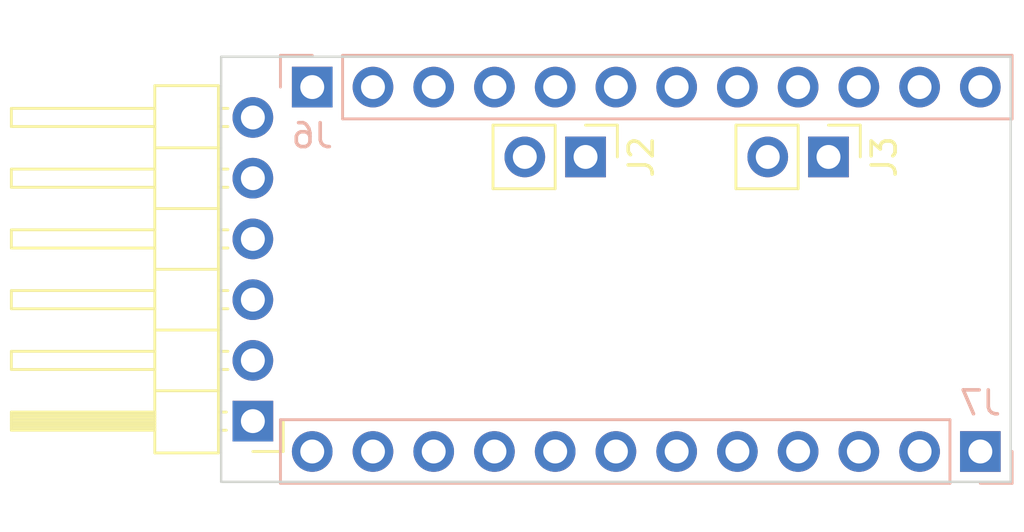
<source format=kicad_pcb>
(kicad_pcb (version 20240108) (generator "pcbnew") (generator_version "8.0")
  (title_block (date "sam. 04 avril 2015"))
  (layers (0 "F.Cu" signal) (31 "B.Cu" signal) (34 "B.Paste" user) (35 "F.Paste" user) (36 "B.SilkS" user "B.Silkscreen") (37 "F.SilkS" user "F.Silkscreen") (38 "B.Mask" user) (39 "F.Mask" user) (44 "Edge.Cuts" user))
  (net 0 "")
  (net 1 "GND")
  (net 2 "/~{RESET}")
  (net 3 "VCC")
  (net 4 "/*D9")
  (net 5 "/D8")
  (net 6 "/D7")
  (net 7 "/*D6")
  (net 8 "/*D5")
  (net 9 "/D4")
  (net 10 "/A3")
  (net 11 "/A2")
  (net 12 "/A1")
  (net 13 "/A0")
  (net 14 "/A7")
  (net 15 "/A6")
  (net 16 "/D2")
  (net 17 "/*D3")
  (net 18 "/DTR")
  (net 19 "/TX")
  (net 20 "/RX")
  (net 21 "/SCL{slash}A5")
  (net 22 "/SDA{slash}A4")
  (net 23 "/SS{slash}*D10")
  (net 24 "/MOSI{slash}*D11")
  (net 25 "/MISO{slash}D12")
  (net 26 "/SCK{slash}D13")
  (net 27 "VDC")
  (footprint "Connector_PinHeader_2.54mm:PinHeader_1x02_P2.54mm_Vertical" (layer "F.Cu") (at 115.24 86.411 -90)
    (property "Reference" "J2" (at 0 -2.33 90) (layer "F.SilkS"))
    (property "Value" "I2C")
    (fp_line (start -1.33 3.87) (end 1.33 3.87) (stroke (width 0.12)) (layer "F.SilkS"))
    (fp_line (start -1.33 1.27) (end -1.33 3.87) (stroke (width 0.12)) (layer "F.SilkS"))
    (fp_line (start -1.33 1.27) (end 1.33 1.27) (stroke (width 0.12)) (layer "F.SilkS"))
    (fp_line (start 1.33 1.27) (end 1.33 3.87) (stroke (width 0.12)) (layer "F.SilkS"))
    (fp_line (start -1.33 0) (end -1.33 -1.33) (stroke (width 0.12)) (layer "F.SilkS"))
    (fp_line (start -1.33 -1.33) (end 0 -1.33) (stroke (width 0.12)) (layer "F.SilkS"))
    (pad "1" thru_hole rect (at 0 0 270) (size 1.7 1.7) (drill 1) (layers "*.Cu" "*.Mask") (net 22 "/SDA{slash}A4"))
    (pad "2" thru_hole oval (at 0 2.54 270) (size 1.7 1.7) (drill 1) (layers "*.Cu" "*.Mask") (net 21 "/SCL{slash}A5"))
  )
  (footprint "Connector_PinHeader_2.54mm:PinHeader_1x06_P2.54mm_Horizontal" (layer "F.Cu") (at 101.327 97.46 180)
    (property "Reference" "J1" (hide yes))
    (property "Value" "FTDI")
    (fp_line (start 10.1 13.08) (end 4.1 13.08) (stroke (width 0.12)) (layer "F.SilkS"))
    (fp_line (start 10.1 12.32) (end 10.1 13.08) (stroke (width 0.12)) (layer "F.SilkS"))
    (fp_line (start 10.1 10.54) (end 4.1 10.54) (stroke (width 0.12)) (layer "F.SilkS"))
    (fp_line (start 10.1 9.78) (end 10.1 10.54) (stroke (width 0.12)) (layer "F.SilkS"))
    (fp_line (start 10.1 8) (end 4.1 8) (stroke (width 0.12)) (layer "F.SilkS"))
    (fp_line (start 10.1 7.24) (end 10.1 8) (stroke (width 0.12)) (layer "F.SilkS"))
    (fp_line (start 10.1 5.46) (end 4.1 5.46) (stroke (width 0.12)) (layer "F.SilkS"))
    (fp_line (start 10.1 4.7) (end 10.1 5.46) (stroke (width 0.12)) (layer "F.SilkS"))
    (fp_line (start 10.1 2.92) (end 4.1 2.92) (stroke (width 0.12)) (layer "F.SilkS"))
    (fp_line (start 10.1 2.16) (end 10.1 2.92) (stroke (width 0.12)) (layer "F.SilkS"))
    (fp_line (start 10.1 0.38) (end 4.1 0.38) (stroke (width 0.12)) (layer "F.SilkS"))
    (fp_line (start 10.1 -0.38) (end 10.1 0.38) (stroke (width 0.12)) (layer "F.SilkS"))
    (fp_line (start 4.1 14.03) (end 4.1 -1.33) (stroke (width 0.12)) (layer "F.SilkS"))
    (fp_line (start 4.1 12.32) (end 10.1 12.32) (stroke (width 0.12)) (layer "F.SilkS"))
    (fp_line (start 4.1 9.78) (end 10.1 9.78) (stroke (width 0.12)) (layer "F.SilkS"))
    (fp_line (start 4.1 7.24) (end 10.1 7.24) (stroke (width 0.12)) (layer "F.SilkS"))
    (fp_line (start 4.1 4.7) (end 10.1 4.7) (stroke (width 0.12)) (layer "F.SilkS"))
    (fp_line (start 4.1 2.16) (end 10.1 2.16) (stroke (width 0.12)) (layer "F.SilkS"))
    (fp_line (start 4.1 0.28) (end 10.1 0.28) (stroke (width 0.12)) (layer "F.SilkS"))
    (fp_line (start 4.1 0.16) (end 10.1 0.16) (stroke (width 0.12)) (layer "F.SilkS"))
    (fp_line (start 4.1 0.04) (end 10.1 0.04) (stroke (width 0.12)) (layer "F.SilkS"))
    (fp_line (start 4.1 -0.08) (end 10.1 -0.08) (stroke (width 0.12)) (layer "F.SilkS"))
    (fp_line (start 4.1 -0.2) (end 10.1 -0.2) (stroke (width 0.12)) (layer "F.SilkS"))
    (fp_line (start 4.1 -0.32) (end 10.1 -0.32) (stroke (width 0.12)) (layer "F.SilkS"))
    (fp_line (start 4.1 -0.38) (end 10.1 -0.38) (stroke (width 0.12)) (layer "F.SilkS"))
    (fp_line (start 4.1 -1.33) (end 1.44 -1.33) (stroke (width 0.12)) (layer "F.SilkS"))
    (fp_line (start 1.44 14.03) (end 4.1 14.03) (stroke (width 0.12)) (layer "F.SilkS"))
    (fp_line (start 1.44 11.43) (end 4.1 11.43) (stroke (width 0.12)) (layer "F.SilkS"))
    (fp_line (start 1.44 8.89) (end 4.1 8.89) (stroke (width 0.12)) (layer "F.SilkS"))
    (fp_line (start 1.44 6.35) (end 4.1 6.35) (stroke (width 0.12)) (layer "F.SilkS"))
    (fp_line (start 1.44 3.81) (end 4.1 3.81) (stroke (width 0.12)) (layer "F.SilkS"))
    (fp_line (start 1.44 1.27) (end 4.1 1.27) (stroke (width 0.12)) (layer "F.SilkS"))
    (fp_line (start 1.44 -1.33) (end 1.44 14.03) (stroke (width 0.12)) (layer "F.SilkS"))
    (fp_line (start 1.11 0.38) (end 1.44 0.38) (stroke (width 0.12)) (layer "F.SilkS"))
    (fp_line (start 1.11 -0.38) (end 1.44 -0.38) (stroke (width 0.12)) (layer "F.SilkS"))
    (fp_line (start 1.042929 13.08) (end 1.44 13.08) (stroke (width 0.12)) (layer "F.SilkS"))
    (fp_line (start 1.042929 12.32) (end 1.44 12.32) (stroke (width 0.12)) (layer "F.SilkS"))
    (fp_line (start 1.042929 10.54) (end 1.44 10.54) (stroke (width 0.12)) (layer "F.SilkS"))
    (fp_line (start 1.042929 9.78) (end 1.44 9.78) (stroke (width 0.12)) (layer "F.SilkS"))
    (fp_line (start 1.042929 8) (end 1.44 8) (stroke (width 0.12)) (layer "F.SilkS"))
    (fp_line (start 1.042929 7.24) (end 1.44 7.24) (stroke (width 0.12)) (layer "F.SilkS"))
    (fp_line (start 1.042929 5.46) (end 1.44 5.46) (stroke (width 0.12)) (layer "F.SilkS"))
    (fp_line (start 1.042929 4.7) (end 1.44 4.7) (stroke (width 0.12)) (layer "F.SilkS"))
    (fp_line (start 1.042929 2.92) (end 1.44 2.92) (stroke (width 0.12)) (layer "F.SilkS"))
    (fp_line (start 1.042929 2.16) (end 1.44 2.16) (stroke (width 0.12)) (layer "F.SilkS"))
    (fp_line (start -1.27 0) (end -1.27 -1.27) (stroke (width 0.12)) (layer "F.SilkS"))
    (fp_line (start -1.27 -1.27) (end 0 -1.27) (stroke (width 0.12)) (layer "F.SilkS"))
    (pad "1" thru_hole rect (at 0 0 180) (size 1.7 1.7) (drill 1) (layers "*.Cu" "*.Mask") (net 1 "GND"))
    (pad "2" thru_hole oval (at 0 2.54 180) (size 1.7 1.7) (drill 1) (layers "*.Cu" "*.Mask") (net 1 "GND"))
    (pad "3" thru_hole oval (at 0 5.08 180) (size 1.7 1.7) (drill 1) (layers "*.Cu" "*.Mask") (net 3 "VCC"))
    (pad "4" thru_hole oval (at 0 7.62 180) (size 1.7 1.7) (drill 1) (layers "*.Cu" "*.Mask") (net 20 "/RX"))
    (pad "5" thru_hole oval (at 0 10.16 180) (size 1.7 1.7) (drill 1) (layers "*.Cu" "*.Mask") (net 19 "/TX"))
    (pad "6" thru_hole oval (at 0 12.7 180) (size 1.7 1.7) (drill 1) (layers "*.Cu" "*.Mask") (net 18 "/DTR"))
  )
  (footprint "Connector_PinHeader_2.54mm:PinHeader_1x02_P2.54mm_Vertical" (layer "F.Cu") (at 125.4 86.411 -90)
    (property "Reference" "J3" (at 0 -2.33 90) (layer "F.SilkS"))
    (property "Value" "Analog")
    (fp_line (start -1.33 3.87) (end 1.33 3.87) (stroke (width 0.12)) (layer "F.SilkS"))
    (fp_line (start -1.33 1.27) (end -1.33 3.87) (stroke (width 0.12)) (layer "F.SilkS"))
    (fp_line (start -1.33 1.27) (end 1.33 1.27) (stroke (width 0.12)) (layer "F.SilkS"))
    (fp_line (start 1.33 1.27) (end 1.33 3.87) (stroke (width 0.12)) (layer "F.SilkS"))
    (fp_line (start -1.33 0) (end -1.33 -1.33) (stroke (width 0.12)) (layer "F.SilkS"))
    (fp_line (start -1.33 -1.33) (end 0 -1.33) (stroke (width 0.12)) (layer "F.SilkS"))
    (pad "1" thru_hole rect (at 0 0 270) (size 1.7 1.7) (drill 1) (layers "*.Cu" "*.Mask") (net 15 "/A6"))
    (pad "2" thru_hole oval (at 0 2.54 270) (size 1.7 1.7) (drill 1) (layers "*.Cu" "*.Mask") (net 14 "/A7"))
  )
  (footprint "Connector_PinHeader_2.54mm:PinHeader_1x12_P2.54mm_Vertical" (layer "B.Cu") (at 131.75 98.73 90)
    (property "Reference" "J7" (at 2.032 0 180) (layer "B.SilkS") (effects (justify mirror)))
    (property "Value" "Digital")
    (fp_line (start -1.33 -29.27) (end 1.33 -29.27) (stroke (width 0.12)) (layer "B.SilkS"))
    (fp_line (start 1.33 -1.27) (end 1.33 -29.27) (stroke (width 0.12)) (layer "B.SilkS"))
    (fp_line (start -1.33 -1.27) (end -1.33 -29.27) (stroke (width 0.12)) (layer "B.SilkS"))
    (fp_line (start -1.33 -1.27) (end 1.33 -1.27) (stroke (width 0.12)) (layer "B.SilkS"))
    (fp_line (start -1.33 0) (end -1.33 1.33) (stroke (width 0.12)) (layer "B.SilkS"))
    (fp_line (start -1.33 1.33) (end 0 1.33) (stroke (width 0.12)) (layer "B.SilkS"))
    (pad "1" thru_hole rect (at 0 0 90) (size 1.7 1.7) (drill 1) (layers "*.Cu" "*.Mask") (net 4 "/*D9"))
    (pad "2" thru_hole oval (at 0 -2.54 90) (size 1.7 1.7) (drill 1) (layers "*.Cu" "*.Mask") (net 5 "/D8"))
    (pad "3" thru_hole oval (at 0 -5.08 90) (size 1.7 1.7) (drill 1) (layers "*.Cu" "*.Mask") (net 6 "/D7"))
    (pad "4" thru_hole oval (at 0 -7.62 90) (size 1.7 1.7) (drill 1) (layers "*.Cu" "*.Mask") (net 7 "/*D6"))
    (pad "5" thru_hole oval (at 0 -10.16 90) (size 1.7 1.7) (drill 1) (layers "*.Cu" "*.Mask") (net 8 "/*D5"))
    (pad "6" thru_hole oval (at 0 -12.7 90) (size 1.7 1.7) (drill 1) (layers "*.Cu" "*.Mask") (net 9 "/D4"))
    (pad "7" thru_hole oval (at 0 -15.24 90) (size 1.7 1.7) (drill 1) (layers "*.Cu" "*.Mask") (net 17 "/*D3"))
    (pad "8" thru_hole oval (at 0 -17.78 90) (size 1.7 1.7) (drill 1) (layers "*.Cu" "*.Mask") (net 16 "/D2"))
    (pad "9" thru_hole oval (at 0 -20.32 90) (size 1.7 1.7) (drill 1) (layers "*.Cu" "*.Mask") (net 1 "GND"))
    (pad "10" thru_hole oval (at 0 -22.86 90) (size 1.7 1.7) (drill 1) (layers "*.Cu" "*.Mask") (net 2 "/~{RESET}"))
    (pad "11" thru_hole oval (at 0 -25.4 90) (size 1.7 1.7) (drill 1) (layers "*.Cu" "*.Mask") (net 20 "/RX"))
    (pad "12" thru_hole oval (at 0 -27.94 90) (size 1.7 1.7) (drill 1) (layers "*.Cu" "*.Mask") (net 19 "/TX"))
  )
  (footprint "Connector_PinHeader_2.54mm:PinHeader_1x12_P2.54mm_Vertical" (layer "B.Cu") (at 103.81 83.49 -90)
    (property "Reference" "J6" (at 2.032 0 180) (layer "B.SilkS") (effects (justify mirror)))
    (property "Value" "Analog")
    (fp_line (start -1.33 1.33) (end 0 1.33) (stroke (width 0.12)) (layer "B.SilkS"))
    (fp_line (start -1.33 0) (end -1.33 1.33) (stroke (width 0.12)) (layer "B.SilkS"))
    (fp_line (start -1.33 -1.27) (end 1.33 -1.27) (stroke (width 0.12)) (layer "B.SilkS"))
    (fp_line (start -1.33 -1.27) (end -1.33 -29.27) (stroke (width 0.12)) (layer "B.SilkS"))
    (fp_line (start 1.33 -1.27) (end 1.33 -29.27) (stroke (width 0.12)) (layer "B.SilkS"))
    (fp_line (start -1.33 -29.27) (end 1.33 -29.27) (stroke (width 0.12)) (layer "B.SilkS"))
    (pad "1" thru_hole rect (at 0 0 270) (size 1.7 1.7) (drill 1) (layers "*.Cu" "*.Mask") (net 27 "VDC"))
    (pad "2" thru_hole oval (at 0 -2.54 270) (size 1.7 1.7) (drill 1) (layers "*.Cu" "*.Mask") (net 1 "GND"))
    (pad "3" thru_hole oval (at 0 -5.08 270) (size 1.7 1.7) (drill 1) (layers "*.Cu" "*.Mask") (net 2 "/~{RESET}"))
    (pad "4" thru_hole oval (at 0 -7.62 270) (size 1.7 1.7) (drill 1) (layers "*.Cu" "*.Mask") (net 3 "VCC"))
    (pad "5" thru_hole oval (at 0 -10.16 270) (size 1.7 1.7) (drill 1) (layers "*.Cu" "*.Mask") (net 10 "/A3"))
    (pad "6" thru_hole oval (at 0 -12.7 270) (size 1.7 1.7) (drill 1) (layers "*.Cu" "*.Mask") (net 11 "/A2"))
    (pad "7" thru_hole oval (at 0 -15.24 270) (size 1.7 1.7) (drill 1) (layers "*.Cu" "*.Mask") (net 12 "/A1"))
    (pad "8" thru_hole oval (at 0 -17.78 270) (size 1.7 1.7) (drill 1) (layers "*.Cu" "*.Mask") (net 13 "/A0"))
    (pad "9" thru_hole oval (at 0 -20.32 270) (size 1.7 1.7) (drill 1) (layers "*.Cu" "*.Mask") (net 26 "/SCK{slash}D13"))
    (pad "10" thru_hole oval (at 0 -22.86 270) (size 1.7 1.7) (drill 1) (layers "*.Cu" "*.Mask") (net 25 "/MISO{slash}D12"))
    (pad "11" thru_hole oval (at 0 -25.4 270) (size 1.7 1.7) (drill 1) (layers "*.Cu" "*.Mask") (net 24 "/MOSI{slash}*D11"))
    (pad "12" thru_hole oval (at 0 -27.94 270) (size 1.7 1.7) (drill 1) (layers "*.Cu" "*.Mask") (net 23 "/SS{slash}*D10"))
  )
  (gr_rect (start 100 82.22) (end 133.02 100) (stroke (width 0.1)) (fill none) (layer "Edge.Cuts"))
)
</source>
